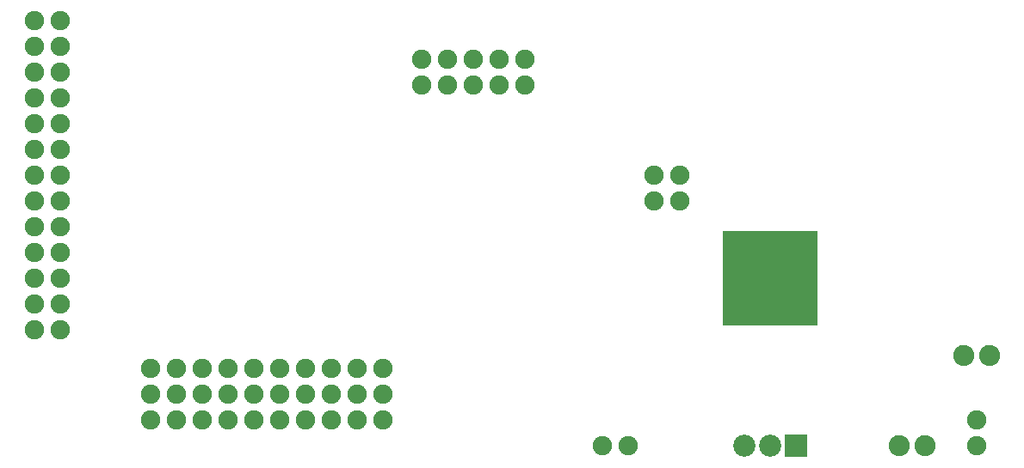
<source format=gbs>
G04 (created by PCBNEW (2013-07-07 BZR 4022)-stable) date 8/21/2014 4:39:55 PM*
%MOIN*%
G04 Gerber Fmt 3.4, Leading zero omitted, Abs format*
%FSLAX34Y34*%
G01*
G70*
G90*
G04 APERTURE LIST*
%ADD10C,0.00393701*%
%ADD11R,0.085748X0.085748*%
%ADD12C,0.085748*%
%ADD13R,0.365748X0.365748*%
%ADD14C,0.0748031*%
%ADD15C,0.081748*%
G04 APERTURE END LIST*
G54D10*
G54D11*
X61500Y-92500D03*
G54D12*
X59500Y-92500D03*
X60500Y-92500D03*
G54D13*
X60500Y-86000D03*
G54D14*
X40500Y-91500D03*
X40500Y-90500D03*
X40500Y-89500D03*
X41500Y-91500D03*
X41500Y-90500D03*
X41500Y-89500D03*
X42500Y-91500D03*
X42500Y-90500D03*
X42500Y-89500D03*
X43500Y-91500D03*
X43500Y-90500D03*
X43500Y-89500D03*
X44500Y-91500D03*
X44500Y-90500D03*
X44500Y-89500D03*
X45500Y-91500D03*
X45500Y-90500D03*
X45500Y-89500D03*
X39500Y-91500D03*
X39500Y-90500D03*
X39500Y-89500D03*
X38500Y-91500D03*
X38500Y-90500D03*
X38500Y-89500D03*
X37500Y-91500D03*
X37500Y-90500D03*
X37500Y-89500D03*
X36500Y-91500D03*
X36500Y-90500D03*
X36500Y-89500D03*
X32000Y-88000D03*
X32000Y-87000D03*
X32000Y-86000D03*
X33000Y-86000D03*
X33000Y-87000D03*
X33000Y-88000D03*
X33000Y-85000D03*
X32000Y-85000D03*
X33000Y-84000D03*
X32000Y-84000D03*
X33000Y-83000D03*
X32000Y-83000D03*
X33000Y-82000D03*
X32000Y-82000D03*
X33000Y-81000D03*
X32000Y-81000D03*
X33000Y-80000D03*
X32000Y-80000D03*
X33000Y-79000D03*
X32000Y-79000D03*
X33000Y-78000D03*
X32000Y-78000D03*
X33000Y-77000D03*
X32000Y-77000D03*
X33000Y-76000D03*
X32000Y-76000D03*
G54D15*
X66500Y-92500D03*
X65500Y-92500D03*
X68000Y-89000D03*
X69000Y-89000D03*
G54D14*
X54000Y-92500D03*
X55000Y-92500D03*
X56000Y-82000D03*
X56000Y-83000D03*
X57000Y-83000D03*
X57000Y-82000D03*
X47000Y-77500D03*
X47000Y-78500D03*
X48000Y-77500D03*
X48000Y-78500D03*
X49000Y-77500D03*
X49000Y-78500D03*
X50000Y-77500D03*
X50000Y-78500D03*
X51000Y-77500D03*
X51000Y-78500D03*
X68500Y-92500D03*
X68500Y-91500D03*
M02*

</source>
